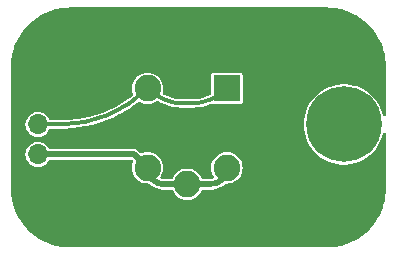
<source format=gbr>
%TF.GenerationSoftware,KiCad,Pcbnew,7.0.6*%
%TF.CreationDate,2023-12-01T18:18:27-07:00*%
%TF.ProjectId,modular sensor,6d6f6475-6c61-4722-9073-656e736f722e,1.0*%
%TF.SameCoordinates,Original*%
%TF.FileFunction,Copper,L1,Top*%
%TF.FilePolarity,Positive*%
%FSLAX46Y46*%
G04 Gerber Fmt 4.6, Leading zero omitted, Abs format (unit mm)*
G04 Created by KiCad (PCBNEW 7.0.6) date 2023-12-01 18:18:27*
%MOMM*%
%LPD*%
G01*
G04 APERTURE LIST*
%TA.AperFunction,ComponentPad*%
%ADD10C,6.400000*%
%TD*%
%TA.AperFunction,ComponentPad*%
%ADD11R,2.250000X2.250000*%
%TD*%
%TA.AperFunction,ComponentPad*%
%ADD12C,2.250000*%
%TD*%
%TA.AperFunction,ComponentPad*%
%ADD13R,1.700000X1.700000*%
%TD*%
%TA.AperFunction,ComponentPad*%
%ADD14O,1.700000X1.700000*%
%TD*%
%TA.AperFunction,Conductor*%
%ADD15C,0.500000*%
%TD*%
%TA.AperFunction,Conductor*%
%ADD16C,0.300000*%
%TD*%
%TA.AperFunction,Conductor*%
%ADD17C,0.250000*%
%TD*%
G04 APERTURE END LIST*
D10*
%TO.P,H1,1,1*%
%TO.N,unconnected-(H1-Pad1)*%
X152908000Y-93980000D03*
%TD*%
D11*
%TO.P,MQ-8,1,B1*%
%TO.N,/V_RL*%
X143002000Y-90932000D03*
D12*
%TO.P,MQ-8,2,VH-*%
%TO.N,GND*%
X139642000Y-89542000D03*
%TO.P,MQ-8,3,B2*%
%TO.N,/V_RL*%
X136282000Y-90932000D03*
%TO.P,MQ-8,4,A2*%
%TO.N,+5V*%
X136282000Y-97652000D03*
%TO.P,MQ-8,5,VH+*%
X139642000Y-99042000D03*
%TO.P,MQ-8,6,A1*%
X143002000Y-97652000D03*
%TD*%
D13*
%TO.P,J1,1,Pin_1*%
%TO.N,GND*%
X127000000Y-91440000D03*
D14*
%TO.P,J1,2,Pin_2*%
%TO.N,/V_RL*%
X127000000Y-93980000D03*
%TO.P,J1,3,Pin_3*%
%TO.N,+5V*%
X127000000Y-96520000D03*
%TD*%
D15*
%TO.N,+5V*%
X141612000Y-99042000D02*
X139642000Y-99042000D01*
X139642000Y-99042000D02*
X137672000Y-99042000D01*
X135150000Y-96520000D02*
X136282000Y-97652000D01*
X127000000Y-96520000D02*
X135150000Y-96520000D01*
X136282000Y-97652000D02*
G75*
G03*
X137672000Y-99042000I1390000J0D01*
G01*
X141612000Y-99042000D02*
G75*
G03*
X143002000Y-97652000I0J1390000D01*
G01*
D16*
%TO.N,/V_RL*%
X128923478Y-93980000D02*
X127000000Y-93980000D01*
X139348051Y-92202000D02*
X139935949Y-92202000D01*
X135636000Y-91578000D02*
X136282000Y-90932000D01*
X139935949Y-92202020D02*
G75*
G03*
X143002000Y-90932000I-49J4336120D01*
G01*
X136281985Y-90932015D02*
G75*
G03*
X139348051Y-92202000I3066015J3066015D01*
G01*
X128923478Y-93979990D02*
G75*
G03*
X136282000Y-90932000I22J10406490D01*
G01*
D17*
%TO.N,GND*%
X129924739Y-91440000D02*
X127000000Y-91440000D01*
X138092075Y-88900000D02*
X136056840Y-88900000D01*
X129924739Y-91440015D02*
G75*
G03*
X133603999Y-89915999I-39J5203315D01*
G01*
X139642007Y-89541993D02*
G75*
G03*
X138092075Y-88900000I-1549907J-1549907D01*
G01*
X136056840Y-88900017D02*
G75*
G03*
X133604000Y-89916000I-40J-3468783D01*
G01*
%TD*%
%TA.AperFunction,Conductor*%
%TO.N,GND*%
G36*
X151681318Y-84083488D02*
G01*
X151879934Y-84092160D01*
X151884865Y-84092574D01*
X152100792Y-84119489D01*
X152296940Y-84145313D01*
X152301265Y-84145883D01*
X152305894Y-84146671D01*
X152518183Y-84191183D01*
X152716534Y-84235157D01*
X152720778Y-84236257D01*
X152928544Y-84298112D01*
X153122658Y-84359317D01*
X153126530Y-84360680D01*
X153328457Y-84439472D01*
X153516817Y-84517494D01*
X153520252Y-84519045D01*
X153595343Y-84555755D01*
X153714992Y-84614249D01*
X153852629Y-84685897D01*
X153896009Y-84708479D01*
X153899107Y-84710207D01*
X154085382Y-84821202D01*
X154257662Y-84930957D01*
X154260377Y-84932789D01*
X154436918Y-85058837D01*
X154599098Y-85183282D01*
X154601426Y-85185159D01*
X154767055Y-85325439D01*
X154918895Y-85464574D01*
X155073424Y-85619103D01*
X155212555Y-85770938D01*
X155227008Y-85788003D01*
X155352839Y-85936572D01*
X155354716Y-85938900D01*
X155479162Y-86101081D01*
X155605209Y-86277621D01*
X155607040Y-86280335D01*
X155716797Y-86452617D01*
X155827791Y-86638891D01*
X155829525Y-86642000D01*
X155923750Y-86823007D01*
X155989992Y-86958503D01*
X156018953Y-87017744D01*
X156020524Y-87021229D01*
X156098536Y-87209566D01*
X156177309Y-87411445D01*
X156178681Y-87415340D01*
X156239899Y-87609496D01*
X156301735Y-87817200D01*
X156302843Y-87821472D01*
X156346818Y-88019826D01*
X156391326Y-88232101D01*
X156392115Y-88236733D01*
X156418524Y-88437319D01*
X156445422Y-88653114D01*
X156445839Y-88658080D01*
X156454513Y-88856728D01*
X156463500Y-89074000D01*
X156463500Y-93164842D01*
X156443815Y-93231881D01*
X156391011Y-93277636D01*
X156321853Y-93287580D01*
X156258297Y-93258555D01*
X156220523Y-93199777D01*
X156220020Y-93198016D01*
X156158183Y-92975302D01*
X156135227Y-92892621D01*
X155998743Y-92550070D01*
X155843632Y-92257500D01*
X155826026Y-92224291D01*
X155826024Y-92224288D01*
X155826022Y-92224284D01*
X155619090Y-91919083D01*
X155380373Y-91638044D01*
X155112670Y-91384462D01*
X154819119Y-91161310D01*
X154503162Y-90971205D01*
X154503161Y-90971204D01*
X154503157Y-90971202D01*
X154503153Y-90971200D01*
X154168513Y-90816379D01*
X154168508Y-90816377D01*
X154168503Y-90816375D01*
X153998172Y-90758983D01*
X153819065Y-90698635D01*
X153458946Y-90619367D01*
X153092371Y-90579500D01*
X153092370Y-90579500D01*
X152723630Y-90579500D01*
X152723628Y-90579500D01*
X152357053Y-90619367D01*
X151996934Y-90698635D01*
X151726812Y-90789650D01*
X151647497Y-90816375D01*
X151647494Y-90816376D01*
X151647486Y-90816379D01*
X151312846Y-90971200D01*
X151312842Y-90971202D01*
X151077538Y-91112779D01*
X150996881Y-91161310D01*
X150994591Y-91163051D01*
X150703330Y-91384461D01*
X150703330Y-91384462D01*
X150435626Y-91638044D01*
X150196909Y-91919083D01*
X149989979Y-92224282D01*
X149989973Y-92224291D01*
X149817261Y-92550061D01*
X149817255Y-92550073D01*
X149680770Y-92892628D01*
X149680768Y-92892634D01*
X149582128Y-93247905D01*
X149582122Y-93247931D01*
X149522470Y-93611786D01*
X149522469Y-93611799D01*
X149522469Y-93611801D01*
X149502506Y-93980000D01*
X149521509Y-94330500D01*
X149522469Y-94348196D01*
X149522470Y-94348213D01*
X149582122Y-94712068D01*
X149582128Y-94712094D01*
X149680768Y-95067365D01*
X149680770Y-95067371D01*
X149817255Y-95409926D01*
X149817261Y-95409938D01*
X149989973Y-95735708D01*
X149989976Y-95735713D01*
X149989978Y-95735716D01*
X150093444Y-95888316D01*
X150196909Y-96040916D01*
X150259302Y-96114370D01*
X150435627Y-96321956D01*
X150703330Y-96575538D01*
X150996881Y-96798690D01*
X151312838Y-96988795D01*
X151312840Y-96988796D01*
X151312842Y-96988797D01*
X151312846Y-96988799D01*
X151567149Y-97106452D01*
X151647497Y-97143625D01*
X151996934Y-97261364D01*
X152357052Y-97340632D01*
X152723630Y-97380500D01*
X152723636Y-97380500D01*
X153092364Y-97380500D01*
X153092370Y-97380500D01*
X153458948Y-97340632D01*
X153819066Y-97261364D01*
X154168503Y-97143625D01*
X154503162Y-96988795D01*
X154819119Y-96798690D01*
X155112670Y-96575538D01*
X155380373Y-96321956D01*
X155619090Y-96040917D01*
X155826022Y-95735716D01*
X155998743Y-95409930D01*
X156135227Y-95067379D01*
X156144055Y-95035583D01*
X156220020Y-94761984D01*
X156256922Y-94702654D01*
X156320042Y-94672693D01*
X156389340Y-94681614D01*
X156442814Y-94726584D01*
X156463486Y-94793325D01*
X156463500Y-94795157D01*
X156463500Y-99394000D01*
X156454513Y-99611271D01*
X156445839Y-99809918D01*
X156445422Y-99814884D01*
X156418524Y-100030680D01*
X156392115Y-100231265D01*
X156391326Y-100235897D01*
X156346818Y-100448173D01*
X156302843Y-100646526D01*
X156301735Y-100650798D01*
X156239899Y-100858503D01*
X156178681Y-101052658D01*
X156177309Y-101056552D01*
X156098536Y-101258433D01*
X156020524Y-101446769D01*
X156018944Y-101450274D01*
X155923750Y-101644992D01*
X155829525Y-101825998D01*
X155827791Y-101829107D01*
X155716797Y-102015382D01*
X155607040Y-102187663D01*
X155605209Y-102190377D01*
X155479162Y-102366918D01*
X155354716Y-102529099D01*
X155352839Y-102531426D01*
X155212557Y-102697059D01*
X155073426Y-102848895D01*
X154918895Y-103003426D01*
X154767059Y-103142557D01*
X154601426Y-103282839D01*
X154599099Y-103284716D01*
X154436918Y-103409162D01*
X154260377Y-103535209D01*
X154257663Y-103537040D01*
X154085382Y-103646797D01*
X153899107Y-103757791D01*
X153895998Y-103759525D01*
X153714992Y-103853750D01*
X153520274Y-103948944D01*
X153516769Y-103950524D01*
X153328433Y-104028536D01*
X153126552Y-104107309D01*
X153122658Y-104108681D01*
X152928503Y-104169899D01*
X152720798Y-104231735D01*
X152716526Y-104232843D01*
X152518173Y-104276818D01*
X152305897Y-104321326D01*
X152301265Y-104322115D01*
X152100680Y-104348524D01*
X151884884Y-104375422D01*
X151879918Y-104375839D01*
X151681271Y-104384513D01*
X151464000Y-104393500D01*
X129714000Y-104393500D01*
X129496728Y-104384513D01*
X129298080Y-104375839D01*
X129293114Y-104375422D01*
X129077319Y-104348524D01*
X128876733Y-104322115D01*
X128872101Y-104321326D01*
X128659826Y-104276818D01*
X128461472Y-104232843D01*
X128457200Y-104231735D01*
X128249496Y-104169899D01*
X128055340Y-104108681D01*
X128051445Y-104107309D01*
X127849566Y-104028536D01*
X127661229Y-103950524D01*
X127657744Y-103948953D01*
X127598503Y-103919992D01*
X127463007Y-103853750D01*
X127282000Y-103759525D01*
X127278891Y-103757791D01*
X127092617Y-103646797D01*
X126920335Y-103537040D01*
X126917621Y-103535209D01*
X126741081Y-103409162D01*
X126578900Y-103284716D01*
X126576572Y-103282839D01*
X126410940Y-103142557D01*
X126259103Y-103003424D01*
X126104574Y-102848895D01*
X125965439Y-102697055D01*
X125825159Y-102531426D01*
X125823282Y-102529098D01*
X125698837Y-102366918D01*
X125572789Y-102190377D01*
X125570957Y-102187662D01*
X125461202Y-102015382D01*
X125350207Y-101829107D01*
X125348473Y-101825998D01*
X125254249Y-101644992D01*
X125195755Y-101525343D01*
X125159045Y-101450252D01*
X125157494Y-101446817D01*
X125079463Y-101258433D01*
X125000680Y-101056530D01*
X124999317Y-101052658D01*
X124938100Y-100858503D01*
X124927246Y-100822044D01*
X124876257Y-100650778D01*
X124875155Y-100646526D01*
X124831181Y-100448173D01*
X124825495Y-100421057D01*
X124786671Y-100235894D01*
X124785883Y-100231265D01*
X124785313Y-100226940D01*
X124759489Y-100030792D01*
X124732574Y-99814865D01*
X124732160Y-99809934D01*
X124723486Y-99611271D01*
X124714500Y-99394000D01*
X124714500Y-99393500D01*
X124714500Y-96519999D01*
X125944417Y-96519999D01*
X125964699Y-96725932D01*
X125964700Y-96725934D01*
X126024768Y-96923954D01*
X126122315Y-97106450D01*
X126122317Y-97106452D01*
X126253589Y-97266410D01*
X126344030Y-97340632D01*
X126413550Y-97397685D01*
X126596046Y-97495232D01*
X126794066Y-97555300D01*
X126794065Y-97555300D01*
X126814347Y-97557297D01*
X127000000Y-97575583D01*
X127205934Y-97555300D01*
X127403954Y-97495232D01*
X127586450Y-97397685D01*
X127746410Y-97266410D01*
X127877685Y-97106450D01*
X127887011Y-97089002D01*
X127915317Y-97036047D01*
X127964279Y-96986203D01*
X128024675Y-96970500D01*
X134912033Y-96970500D01*
X134979072Y-96990185D01*
X134999714Y-97006819D01*
X135020574Y-97027679D01*
X135054059Y-97089002D01*
X135049075Y-97158694D01*
X135045276Y-97167762D01*
X135031682Y-97196914D01*
X135031678Y-97196925D01*
X134971651Y-97420948D01*
X134971650Y-97420955D01*
X134951437Y-97651998D01*
X134951437Y-97652001D01*
X134971650Y-97883044D01*
X134971651Y-97883051D01*
X135031678Y-98107074D01*
X135031679Y-98107076D01*
X135031680Y-98107079D01*
X135129699Y-98317282D01*
X135262730Y-98507269D01*
X135426731Y-98671270D01*
X135616718Y-98804301D01*
X135826921Y-98902320D01*
X136050950Y-98962349D01*
X136215985Y-98976787D01*
X136281998Y-98982563D01*
X136282000Y-98982563D01*
X136332629Y-98978133D01*
X136401129Y-98991899D01*
X136431119Y-99013980D01*
X136455864Y-99038725D01*
X136455870Y-99038730D01*
X136647279Y-99185603D01*
X136647286Y-99185607D01*
X136856213Y-99306232D01*
X136856218Y-99306234D01*
X136856221Y-99306236D01*
X136996779Y-99364457D01*
X137068102Y-99394000D01*
X137079121Y-99398564D01*
X137312166Y-99461008D01*
X137551367Y-99492500D01*
X137604098Y-99492500D01*
X138310548Y-99492500D01*
X138377587Y-99512185D01*
X138422930Y-99564095D01*
X138489698Y-99707281D01*
X138489699Y-99707282D01*
X138622730Y-99897269D01*
X138786731Y-100061270D01*
X138976718Y-100194301D01*
X139186921Y-100292320D01*
X139410950Y-100352349D01*
X139575985Y-100366787D01*
X139641998Y-100372563D01*
X139642000Y-100372563D01*
X139642002Y-100372563D01*
X139699762Y-100367509D01*
X139873050Y-100352349D01*
X140097079Y-100292320D01*
X140307282Y-100194301D01*
X140497269Y-100061270D01*
X140661270Y-99897269D01*
X140794301Y-99707282D01*
X140861070Y-99564094D01*
X140907242Y-99511656D01*
X140973452Y-99492500D01*
X141732626Y-99492500D01*
X141732633Y-99492500D01*
X141971834Y-99461008D01*
X142204879Y-99398564D01*
X142427779Y-99306236D01*
X142636721Y-99185603D01*
X142828130Y-99038730D01*
X142852880Y-99013979D01*
X142914200Y-98980495D01*
X142951368Y-98978133D01*
X143001999Y-98982563D01*
X143002000Y-98982563D01*
X143002002Y-98982563D01*
X143059762Y-98977509D01*
X143233050Y-98962349D01*
X143457079Y-98902320D01*
X143667282Y-98804301D01*
X143857269Y-98671270D01*
X144021270Y-98507269D01*
X144154301Y-98317282D01*
X144252320Y-98107079D01*
X144312349Y-97883050D01*
X144332563Y-97652000D01*
X144312349Y-97420950D01*
X144252320Y-97196921D01*
X144154301Y-96986719D01*
X144154299Y-96986716D01*
X144154298Y-96986714D01*
X144021273Y-96796735D01*
X144021268Y-96796729D01*
X143857269Y-96632730D01*
X143857263Y-96632726D01*
X143667282Y-96499699D01*
X143457079Y-96401680D01*
X143457076Y-96401679D01*
X143457074Y-96401678D01*
X143233051Y-96341651D01*
X143233044Y-96341650D01*
X143002002Y-96321437D01*
X143001998Y-96321437D01*
X142770955Y-96341650D01*
X142770948Y-96341651D01*
X142546917Y-96401681D01*
X142336718Y-96499699D01*
X142336714Y-96499701D01*
X142146735Y-96632726D01*
X142146729Y-96632731D01*
X141982731Y-96796729D01*
X141982726Y-96796735D01*
X141849701Y-96986714D01*
X141849699Y-96986718D01*
X141751681Y-97196917D01*
X141691651Y-97420948D01*
X141691650Y-97420955D01*
X141671437Y-97651998D01*
X141671437Y-97652001D01*
X141691650Y-97883044D01*
X141691651Y-97883051D01*
X141751678Y-98107074D01*
X141751679Y-98107076D01*
X141751680Y-98107079D01*
X141849699Y-98317282D01*
X141889606Y-98374275D01*
X141911933Y-98440480D01*
X141894923Y-98508248D01*
X141843975Y-98556061D01*
X141820124Y-98565173D01*
X141785617Y-98574419D01*
X141764332Y-98578172D01*
X141648504Y-98588306D01*
X141614695Y-98591264D01*
X141609294Y-98591500D01*
X140973452Y-98591500D01*
X140906413Y-98571815D01*
X140861070Y-98519905D01*
X140803565Y-98396586D01*
X140794301Y-98376719D01*
X140794299Y-98376716D01*
X140794298Y-98376714D01*
X140661273Y-98186735D01*
X140661268Y-98186729D01*
X140497269Y-98022730D01*
X140497263Y-98022726D01*
X140307282Y-97889699D01*
X140097079Y-97791680D01*
X140097076Y-97791679D01*
X140097074Y-97791678D01*
X139873051Y-97731651D01*
X139873044Y-97731650D01*
X139642002Y-97711437D01*
X139641998Y-97711437D01*
X139410955Y-97731650D01*
X139410948Y-97731651D01*
X139186917Y-97791681D01*
X138976718Y-97889699D01*
X138976714Y-97889701D01*
X138786735Y-98022726D01*
X138786729Y-98022731D01*
X138622731Y-98186729D01*
X138622726Y-98186735D01*
X138489701Y-98376714D01*
X138489699Y-98376718D01*
X138422930Y-98519905D01*
X138376757Y-98572344D01*
X138310548Y-98591500D01*
X137674706Y-98591500D01*
X137669304Y-98591264D01*
X137619662Y-98586921D01*
X137519667Y-98578172D01*
X137498382Y-98574419D01*
X137463875Y-98565173D01*
X137404214Y-98528808D01*
X137373685Y-98465961D01*
X137381980Y-98396586D01*
X137394389Y-98374281D01*
X137434301Y-98317282D01*
X137532320Y-98107079D01*
X137592349Y-97883050D01*
X137612563Y-97652000D01*
X137592349Y-97420950D01*
X137532320Y-97196921D01*
X137434301Y-96986719D01*
X137434299Y-96986716D01*
X137434298Y-96986714D01*
X137301273Y-96796735D01*
X137301268Y-96796729D01*
X137137269Y-96632730D01*
X137137263Y-96632726D01*
X136947282Y-96499699D01*
X136737079Y-96401680D01*
X136737076Y-96401679D01*
X136737074Y-96401678D01*
X136513051Y-96341651D01*
X136513044Y-96341650D01*
X136282002Y-96321437D01*
X136281998Y-96321437D01*
X136050955Y-96341650D01*
X136050948Y-96341651D01*
X135826925Y-96401678D01*
X135826923Y-96401679D01*
X135826920Y-96401680D01*
X135826921Y-96401680D01*
X135797761Y-96415277D01*
X135728685Y-96425768D01*
X135664902Y-96397248D01*
X135657678Y-96390575D01*
X135488908Y-96221805D01*
X135484271Y-96216617D01*
X135459878Y-96186029D01*
X135410728Y-96152519D01*
X135362882Y-96117207D01*
X135355297Y-96113198D01*
X135347677Y-96109529D01*
X135323161Y-96101967D01*
X135290822Y-96091992D01*
X135270154Y-96084760D01*
X135234695Y-96072352D01*
X135226326Y-96070768D01*
X135217904Y-96069500D01*
X135217902Y-96069500D01*
X135158426Y-96069500D01*
X135098990Y-96067275D01*
X135089756Y-96068316D01*
X135089662Y-96067486D01*
X135074364Y-96069500D01*
X128024675Y-96069500D01*
X127957636Y-96049815D01*
X127915317Y-96003953D01*
X127877688Y-95933555D01*
X127877684Y-95933549D01*
X127877682Y-95933547D01*
X127854143Y-95904864D01*
X127746410Y-95773589D01*
X127586452Y-95642317D01*
X127586453Y-95642317D01*
X127586450Y-95642315D01*
X127403954Y-95544768D01*
X127205934Y-95484700D01*
X127205932Y-95484699D01*
X127205934Y-95484699D01*
X127000000Y-95464417D01*
X126794067Y-95484699D01*
X126596043Y-95544769D01*
X126485897Y-95603643D01*
X126413550Y-95642315D01*
X126413548Y-95642316D01*
X126413547Y-95642317D01*
X126253589Y-95773589D01*
X126122317Y-95933547D01*
X126122315Y-95933550D01*
X126084683Y-96003953D01*
X126024769Y-96116043D01*
X125964699Y-96314067D01*
X125944417Y-96519999D01*
X124714500Y-96519999D01*
X124714500Y-93980000D01*
X125944417Y-93980000D01*
X125964699Y-94185932D01*
X125964700Y-94185934D01*
X126024768Y-94383954D01*
X126122315Y-94566450D01*
X126122317Y-94566452D01*
X126253589Y-94726410D01*
X126337359Y-94795157D01*
X126413550Y-94857685D01*
X126596046Y-94955232D01*
X126794066Y-95015300D01*
X126794065Y-95015300D01*
X126814347Y-95017297D01*
X127000000Y-95035583D01*
X127205934Y-95015300D01*
X127403954Y-94955232D01*
X127586450Y-94857685D01*
X127746410Y-94726410D01*
X127877685Y-94566450D01*
X127968768Y-94396046D01*
X128017732Y-94346202D01*
X128078127Y-94330500D01*
X128954963Y-94330500D01*
X128955205Y-94330490D01*
X129225282Y-94330490D01*
X129225290Y-94330490D01*
X129827966Y-94296646D01*
X130054125Y-94271164D01*
X130427784Y-94229065D01*
X130427783Y-94229065D01*
X130427790Y-94229063D01*
X130427797Y-94229063D01*
X131022888Y-94127953D01*
X131022889Y-94127953D01*
X131022891Y-94127952D01*
X131022894Y-94127952D01*
X131611385Y-93993634D01*
X132191420Y-93826530D01*
X132191424Y-93826528D01*
X132191424Y-93826529D01*
X132761181Y-93627163D01*
X133318852Y-93396168D01*
X133318853Y-93396168D01*
X133862695Y-93134268D01*
X133862696Y-93134267D01*
X133920509Y-93102315D01*
X134391006Y-92842281D01*
X134856071Y-92550061D01*
X134902115Y-92521130D01*
X135394398Y-92171837D01*
X135394397Y-92171837D01*
X135394404Y-92171832D01*
X135485618Y-92099090D01*
X135550304Y-92072683D01*
X135615335Y-92083656D01*
X135616717Y-92084300D01*
X135616718Y-92084301D01*
X135826921Y-92182320D01*
X136050950Y-92242349D01*
X136215985Y-92256787D01*
X136281998Y-92262563D01*
X136282000Y-92262563D01*
X136282002Y-92262563D01*
X136339883Y-92257499D01*
X136513050Y-92242349D01*
X136737079Y-92182320D01*
X136947282Y-92084301D01*
X137036485Y-92021839D01*
X137102689Y-91999512D01*
X137163902Y-92012929D01*
X137384449Y-92125302D01*
X137384455Y-92125304D01*
X137384460Y-92125307D01*
X137724675Y-92266227D01*
X137724704Y-92266239D01*
X138074949Y-92380037D01*
X138433042Y-92466005D01*
X138796789Y-92523613D01*
X138796790Y-92523613D01*
X139163917Y-92552502D01*
X139163918Y-92552501D01*
X139163919Y-92552502D01*
X139348055Y-92552500D01*
X139880436Y-92552500D01*
X139880439Y-92552501D01*
X139884564Y-92552500D01*
X139884632Y-92552520D01*
X139935953Y-92552519D01*
X139935953Y-92552520D01*
X140120077Y-92552518D01*
X140120091Y-92552518D01*
X140120092Y-92552518D01*
X140487216Y-92523621D01*
X140487221Y-92523620D01*
X140487223Y-92523620D01*
X140772319Y-92478463D01*
X140850960Y-92466007D01*
X140850959Y-92466007D01*
X141209053Y-92380033D01*
X141559298Y-92266229D01*
X141559305Y-92266226D01*
X141559305Y-92266227D01*
X141664703Y-92222568D01*
X141734172Y-92215098D01*
X141781049Y-92234027D01*
X141798768Y-92245867D01*
X141798770Y-92245868D01*
X141857247Y-92257499D01*
X141857250Y-92257500D01*
X141857252Y-92257500D01*
X144146750Y-92257500D01*
X144146751Y-92257499D01*
X144161568Y-92254552D01*
X144205229Y-92245868D01*
X144205229Y-92245867D01*
X144205231Y-92245867D01*
X144271552Y-92201552D01*
X144315867Y-92135231D01*
X144315867Y-92135229D01*
X144315868Y-92135229D01*
X144327499Y-92076752D01*
X144327500Y-92076750D01*
X144327500Y-89787249D01*
X144327499Y-89787247D01*
X144315868Y-89728770D01*
X144315867Y-89728769D01*
X144271552Y-89662447D01*
X144205230Y-89618132D01*
X144205229Y-89618131D01*
X144146752Y-89606500D01*
X144146748Y-89606500D01*
X141857252Y-89606500D01*
X141857247Y-89606500D01*
X141798770Y-89618131D01*
X141798769Y-89618132D01*
X141732447Y-89662447D01*
X141688132Y-89728769D01*
X141688131Y-89728770D01*
X141676500Y-89787247D01*
X141676500Y-91371962D01*
X141656815Y-91439001D01*
X141604011Y-91484756D01*
X141599953Y-91486523D01*
X141301590Y-91610111D01*
X141296505Y-91611962D01*
X140970067Y-91714890D01*
X140964840Y-91716291D01*
X140630670Y-91790377D01*
X140625341Y-91791317D01*
X140285995Y-91835996D01*
X140280604Y-91836468D01*
X139936403Y-91851500D01*
X139413561Y-91851500D01*
X139413548Y-91851499D01*
X139403561Y-91851499D01*
X139348047Y-91851500D01*
X139003384Y-91836455D01*
X138997994Y-91835983D01*
X138658651Y-91791312D01*
X138653322Y-91790373D01*
X138319145Y-91716289D01*
X138313923Y-91714890D01*
X137987473Y-91611964D01*
X137982407Y-91610120D01*
X137666172Y-91479132D01*
X137661273Y-91476848D01*
X137650017Y-91470988D01*
X137615271Y-91452901D01*
X137564896Y-91404486D01*
X137548693Y-91336521D01*
X137552750Y-91310831D01*
X137592349Y-91163050D01*
X137592502Y-91161310D01*
X137612563Y-90932001D01*
X137612563Y-90931998D01*
X137606787Y-90865985D01*
X137592349Y-90700950D01*
X137532320Y-90476921D01*
X137434301Y-90266719D01*
X137434299Y-90266716D01*
X137434298Y-90266714D01*
X137301273Y-90076735D01*
X137301268Y-90076729D01*
X137137269Y-89912730D01*
X137137263Y-89912726D01*
X136947282Y-89779699D01*
X136737079Y-89681680D01*
X136737076Y-89681679D01*
X136737074Y-89681678D01*
X136513051Y-89621651D01*
X136513044Y-89621650D01*
X136282002Y-89601437D01*
X136281998Y-89601437D01*
X136050955Y-89621650D01*
X136050948Y-89621651D01*
X135826917Y-89681681D01*
X135616718Y-89779699D01*
X135616714Y-89779701D01*
X135426735Y-89912726D01*
X135426729Y-89912731D01*
X135262731Y-90076729D01*
X135262726Y-90076735D01*
X135129701Y-90266714D01*
X135129699Y-90266718D01*
X135031681Y-90476917D01*
X134971651Y-90700948D01*
X134971650Y-90700955D01*
X134951437Y-90931998D01*
X134951437Y-90932001D01*
X134971650Y-91163042D01*
X134971651Y-91163051D01*
X135031678Y-91387074D01*
X135031679Y-91387076D01*
X135031680Y-91387079D01*
X135048169Y-91422440D01*
X135058660Y-91491517D01*
X135030140Y-91555300D01*
X135009276Y-91574719D01*
X134816876Y-91716291D01*
X134653552Y-91836468D01*
X134637462Y-91848307D01*
X134634379Y-91850435D01*
X134127411Y-92178213D01*
X134124205Y-92180151D01*
X133598372Y-92476722D01*
X133595055Y-92478463D01*
X133052283Y-92742739D01*
X133048867Y-92744276D01*
X132491119Y-92975302D01*
X132487617Y-92976630D01*
X131916955Y-93173552D01*
X131913379Y-93174667D01*
X131331837Y-93336784D01*
X131328199Y-93337680D01*
X130737956Y-93464382D01*
X130734287Y-93465054D01*
X130435862Y-93510474D01*
X130137454Y-93555890D01*
X130133735Y-93556342D01*
X129696520Y-93596071D01*
X129532503Y-93610976D01*
X129528776Y-93611201D01*
X128923479Y-93629490D01*
X128923158Y-93629500D01*
X128078127Y-93629500D01*
X128011088Y-93609815D01*
X127968769Y-93563954D01*
X127915907Y-93465058D01*
X127877685Y-93393550D01*
X127825702Y-93330209D01*
X127746410Y-93233589D01*
X127586452Y-93102317D01*
X127586453Y-93102317D01*
X127586450Y-93102315D01*
X127403954Y-93004768D01*
X127205934Y-92944700D01*
X127205932Y-92944699D01*
X127205934Y-92944699D01*
X127018463Y-92926235D01*
X127000000Y-92924417D01*
X126999999Y-92924417D01*
X126794067Y-92944699D01*
X126596043Y-93004769D01*
X126485897Y-93063643D01*
X126413550Y-93102315D01*
X126413548Y-93102316D01*
X126413547Y-93102317D01*
X126253589Y-93233589D01*
X126122317Y-93393547D01*
X126024769Y-93576043D01*
X125964699Y-93774067D01*
X125944417Y-93980000D01*
X124714500Y-93980000D01*
X124714500Y-89073999D01*
X124723488Y-88856673D01*
X124732160Y-88658059D01*
X124732573Y-88653140D01*
X124759487Y-88437223D01*
X124785884Y-88236726D01*
X124786669Y-88232114D01*
X124831191Y-88019778D01*
X124875160Y-87821451D01*
X124876253Y-87817235D01*
X124938112Y-87609457D01*
X124999324Y-87415320D01*
X125000673Y-87411488D01*
X125079469Y-87209551D01*
X125157499Y-87021170D01*
X125159033Y-87017771D01*
X125228381Y-86875920D01*
X125254249Y-86823007D01*
X125287419Y-86759284D01*
X125348494Y-86641960D01*
X125350207Y-86638891D01*
X125461211Y-86452601D01*
X125570972Y-86280313D01*
X125572765Y-86277656D01*
X125698856Y-86101054D01*
X125823313Y-85938861D01*
X125825135Y-85936601D01*
X125965448Y-85770933D01*
X126104563Y-85619115D01*
X126259115Y-85464563D01*
X126410933Y-85325448D01*
X126576601Y-85185135D01*
X126578861Y-85183313D01*
X126741054Y-85058856D01*
X126917656Y-84932765D01*
X126920313Y-84930972D01*
X127092601Y-84821211D01*
X127278900Y-84710201D01*
X127281960Y-84708494D01*
X127399284Y-84647419D01*
X127463007Y-84614249D01*
X127537655Y-84577755D01*
X127657771Y-84519033D01*
X127661170Y-84517499D01*
X127849551Y-84439469D01*
X128051488Y-84360673D01*
X128055320Y-84359324D01*
X128249457Y-84298112D01*
X128457235Y-84236253D01*
X128461451Y-84235160D01*
X128659778Y-84191191D01*
X128872114Y-84146669D01*
X128876726Y-84145884D01*
X129077223Y-84119487D01*
X129293138Y-84092574D01*
X129298061Y-84092160D01*
X129496569Y-84083493D01*
X129714000Y-84074500D01*
X129714500Y-84074500D01*
X151463500Y-84074500D01*
X151464000Y-84074500D01*
X151681318Y-84083488D01*
G37*
%TD.AperFunction*%
%TD*%
M02*

</source>
